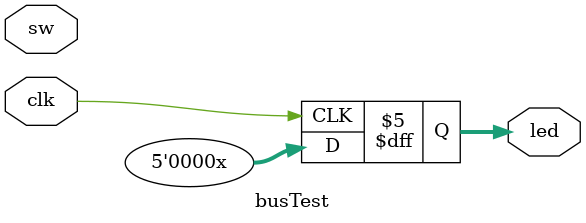
<source format=v>
`timescale 1ns / 1ps


module busTest(
    input clk,
    input [3:0] sw,
    output reg [4:0] led
    );
    
    reg [1:0] outer;
    `define outer[0] {W3,W2,W1,W0}
    `define outer[1] {X3,X2,X1,X0}
    `define outer[2] {Y3,Y2,Y1,Y0}
    `define outer[3] {Z3,Z2,Z1,Z0}
    
    always @(posedge clk) begin
        outer[0] <= sw;
        outer[1] <= outer[1] + outer[0];
        outer[2] <= outer[1] - outer[0];
        outer[3] <= outer[1] & outer[2];
        led <= outer[3];
    end
    endmodule

</source>
